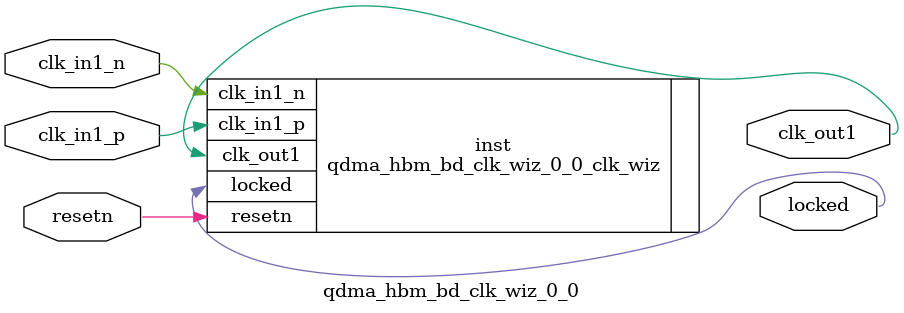
<source format=v>


`timescale 1ps/1ps

(* CORE_GENERATION_INFO = "qdma_hbm_bd_clk_wiz_0_0,clk_wiz_v6_0_15_0_0,{component_name=qdma_hbm_bd_clk_wiz_0_0,use_phase_alignment=false,use_min_o_jitter=false,use_max_i_jitter=false,use_dyn_phase_shift=false,use_inclk_switchover=false,use_dyn_reconfig=false,enable_axi=0,feedback_source=FDBK_AUTO,PRIMITIVE=MMCM,num_out_clk=1,clkin1_period=10.000,clkin2_period=10.000,use_power_down=false,use_reset=true,use_locked=true,use_inclk_stopped=false,feedback_type=SINGLE,CLOCK_MGR_TYPE=NA,manual_override=false}" *)

module qdma_hbm_bd_clk_wiz_0_0 
 (
  // Clock out ports
  output        clk_out1,
  // Status and control signals
  input         resetn,
  output        locked,
 // Clock in ports
  input         clk_in1_p,
  input         clk_in1_n
 );

  qdma_hbm_bd_clk_wiz_0_0_clk_wiz inst
  (
  // Clock out ports  
  .clk_out1(clk_out1),
  // Status and control signals               
  .resetn(resetn), 
  .locked(locked),
 // Clock in ports
  .clk_in1_p(clk_in1_p),
  .clk_in1_n(clk_in1_n)
  );

endmodule

</source>
